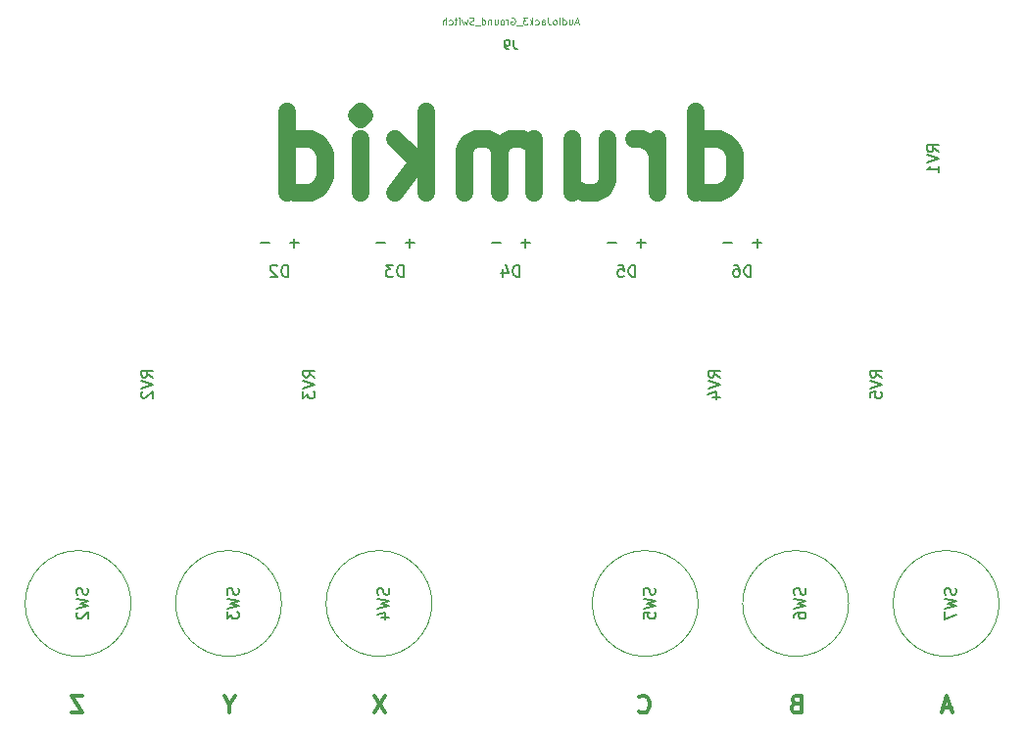
<source format=gbr>
G04 #@! TF.GenerationSoftware,KiCad,Pcbnew,(5.0.1)-3*
G04 #@! TF.CreationDate,2019-07-10T11:43:57+01:00*
G04 #@! TF.ProjectId,drumkid v3,6472756D6B69642076332E6B69636164,04*
G04 #@! TF.SameCoordinates,Original*
G04 #@! TF.FileFunction,Legend,Bot*
G04 #@! TF.FilePolarity,Positive*
%FSLAX46Y46*%
G04 Gerber Fmt 4.6, Leading zero omitted, Abs format (unit mm)*
G04 Created by KiCad (PCBNEW (5.0.1)-3) date 10/07/2019 11:43:57*
%MOMM*%
%LPD*%
G01*
G04 APERTURE LIST*
%ADD10C,0.300000*%
%ADD11C,1.500000*%
%ADD12C,0.120000*%
%ADD13C,0.150000*%
%ADD14C,0.100000*%
G04 APERTURE END LIST*
D10*
X113022000Y-103826571D02*
X112022000Y-103826571D01*
X113022000Y-105326571D01*
X112022000Y-105326571D01*
X125730000Y-104612285D02*
X125730000Y-105326571D01*
X126230000Y-103826571D02*
X125730000Y-104612285D01*
X125230000Y-103826571D01*
X139184000Y-103826571D02*
X138184000Y-105326571D01*
X138184000Y-103826571D02*
X139184000Y-105326571D01*
X161079714Y-105183714D02*
X161151142Y-105255142D01*
X161365428Y-105326571D01*
X161508285Y-105326571D01*
X161722571Y-105255142D01*
X161865428Y-105112285D01*
X161936857Y-104969428D01*
X162008285Y-104683714D01*
X162008285Y-104469428D01*
X161936857Y-104183714D01*
X161865428Y-104040857D01*
X161722571Y-103898000D01*
X161508285Y-103826571D01*
X161365428Y-103826571D01*
X161151142Y-103898000D01*
X161079714Y-103969428D01*
X174644857Y-104540857D02*
X174430571Y-104612285D01*
X174359142Y-104683714D01*
X174287714Y-104826571D01*
X174287714Y-105040857D01*
X174359142Y-105183714D01*
X174430571Y-105255142D01*
X174573428Y-105326571D01*
X175144857Y-105326571D01*
X175144857Y-103826571D01*
X174644857Y-103826571D01*
X174502000Y-103898000D01*
X174430571Y-103969428D01*
X174359142Y-104112285D01*
X174359142Y-104255142D01*
X174430571Y-104398000D01*
X174502000Y-104469428D01*
X174644857Y-104540857D01*
X175144857Y-104540857D01*
X188063142Y-104898000D02*
X187348857Y-104898000D01*
X188206000Y-105326571D02*
X187706000Y-103826571D01*
X187206000Y-105326571D01*
D11*
X166026666Y-60316666D02*
X166026666Y-53316666D01*
X166026666Y-59983333D02*
X166693333Y-60316666D01*
X168026666Y-60316666D01*
X168693333Y-59983333D01*
X169026666Y-59650000D01*
X169360000Y-58983333D01*
X169360000Y-56983333D01*
X169026666Y-56316666D01*
X168693333Y-55983333D01*
X168026666Y-55650000D01*
X166693333Y-55650000D01*
X166026666Y-55983333D01*
X162693333Y-60316666D02*
X162693333Y-55650000D01*
X162693333Y-56983333D02*
X162360000Y-56316666D01*
X162026666Y-55983333D01*
X161360000Y-55650000D01*
X160693333Y-55650000D01*
X155360000Y-55650000D02*
X155360000Y-60316666D01*
X158360000Y-55650000D02*
X158360000Y-59316666D01*
X158026666Y-59983333D01*
X157360000Y-60316666D01*
X156360000Y-60316666D01*
X155693333Y-59983333D01*
X155360000Y-59650000D01*
X152026666Y-60316666D02*
X152026666Y-55650000D01*
X152026666Y-56316666D02*
X151693333Y-55983333D01*
X151026666Y-55650000D01*
X150026666Y-55650000D01*
X149360000Y-55983333D01*
X149026666Y-56650000D01*
X149026666Y-60316666D01*
X149026666Y-56650000D02*
X148693333Y-55983333D01*
X148026666Y-55650000D01*
X147026666Y-55650000D01*
X146360000Y-55983333D01*
X146026666Y-56650000D01*
X146026666Y-60316666D01*
X142693333Y-60316666D02*
X142693333Y-53316666D01*
X142026666Y-57650000D02*
X140026666Y-60316666D01*
X140026666Y-55650000D02*
X142693333Y-58316666D01*
X137026666Y-60316666D02*
X137026666Y-55650000D01*
X137026666Y-53316666D02*
X137360000Y-53650000D01*
X137026666Y-53983333D01*
X136693333Y-53650000D01*
X137026666Y-53316666D01*
X137026666Y-53983333D01*
X130693333Y-60316666D02*
X130693333Y-53316666D01*
X130693333Y-59983333D02*
X131360000Y-60316666D01*
X132693333Y-60316666D01*
X133360000Y-59983333D01*
X133693333Y-59650000D01*
X134026666Y-58983333D01*
X134026666Y-56983333D01*
X133693333Y-56316666D01*
X133360000Y-55983333D01*
X132693333Y-55650000D01*
X131360000Y-55650000D01*
X130693333Y-55983333D01*
D12*
G04 #@! TO.C,SW2*
X117208947Y-95867290D02*
G75*
G03X117208947Y-95867290I-4579050J0D01*
G01*
G04 #@! TO.C,SW7*
X192208947Y-95867290D02*
G75*
G03X192208947Y-95867290I-4579050J0D01*
G01*
G04 #@! TO.C,SW6*
X179208947Y-95867290D02*
G75*
G03X179208947Y-95867290I-4579050J0D01*
G01*
G04 #@! TO.C,SW5*
X166208947Y-95867290D02*
G75*
G03X166208947Y-95867290I-4579050J0D01*
G01*
G04 #@! TO.C,SW4*
X143208947Y-95867290D02*
G75*
G03X143208947Y-95867290I-4579050J0D01*
G01*
G04 #@! TO.C,SW3*
X130208947Y-95867290D02*
G75*
G03X130208947Y-95867290I-4579050J0D01*
G01*
G04 #@! TO.C,RV1*
D13*
X186992380Y-56784761D02*
X186516190Y-56451428D01*
X186992380Y-56213333D02*
X185992380Y-56213333D01*
X185992380Y-56594285D01*
X186040000Y-56689523D01*
X186087619Y-56737142D01*
X186182857Y-56784761D01*
X186325714Y-56784761D01*
X186420952Y-56737142D01*
X186468571Y-56689523D01*
X186516190Y-56594285D01*
X186516190Y-56213333D01*
X185992380Y-57070476D02*
X186992380Y-57403809D01*
X185992380Y-57737142D01*
X186992380Y-58594285D02*
X186992380Y-58022857D01*
X186992380Y-58308571D02*
X185992380Y-58308571D01*
X186135238Y-58213333D01*
X186230476Y-58118095D01*
X186278095Y-58022857D01*
G04 #@! TO.C,D6*
X170758095Y-67589670D02*
X170758095Y-66589670D01*
X170520000Y-66589670D01*
X170377142Y-66637290D01*
X170281904Y-66732528D01*
X170234285Y-66827766D01*
X170186666Y-67018242D01*
X170186666Y-67161099D01*
X170234285Y-67351575D01*
X170281904Y-67446813D01*
X170377142Y-67542051D01*
X170520000Y-67589670D01*
X170758095Y-67589670D01*
X169329523Y-66589670D02*
X169520000Y-66589670D01*
X169615238Y-66637290D01*
X169662857Y-66684909D01*
X169758095Y-66827766D01*
X169805714Y-67018242D01*
X169805714Y-67399194D01*
X169758095Y-67494432D01*
X169710476Y-67542051D01*
X169615238Y-67589670D01*
X169424761Y-67589670D01*
X169329523Y-67542051D01*
X169281904Y-67494432D01*
X169234285Y-67399194D01*
X169234285Y-67161099D01*
X169281904Y-67065861D01*
X169329523Y-67018242D01*
X169424761Y-66970623D01*
X169615238Y-66970623D01*
X169710476Y-67018242D01*
X169758095Y-67065861D01*
X169805714Y-67161099D01*
X169130952Y-64668718D02*
X168369047Y-64668718D01*
X171670952Y-64668718D02*
X170909047Y-64668718D01*
X171290000Y-65049670D02*
X171290000Y-64287766D01*
G04 #@! TO.C,D5*
X160758095Y-67589670D02*
X160758095Y-66589670D01*
X160520000Y-66589670D01*
X160377142Y-66637290D01*
X160281904Y-66732528D01*
X160234285Y-66827766D01*
X160186666Y-67018242D01*
X160186666Y-67161099D01*
X160234285Y-67351575D01*
X160281904Y-67446813D01*
X160377142Y-67542051D01*
X160520000Y-67589670D01*
X160758095Y-67589670D01*
X159281904Y-66589670D02*
X159758095Y-66589670D01*
X159805714Y-67065861D01*
X159758095Y-67018242D01*
X159662857Y-66970623D01*
X159424761Y-66970623D01*
X159329523Y-67018242D01*
X159281904Y-67065861D01*
X159234285Y-67161099D01*
X159234285Y-67399194D01*
X159281904Y-67494432D01*
X159329523Y-67542051D01*
X159424761Y-67589670D01*
X159662857Y-67589670D01*
X159758095Y-67542051D01*
X159805714Y-67494432D01*
X159130952Y-64668718D02*
X158369047Y-64668718D01*
X161670952Y-64668718D02*
X160909047Y-64668718D01*
X161290000Y-65049670D02*
X161290000Y-64287766D01*
G04 #@! TO.C,D4*
X150758095Y-67589670D02*
X150758095Y-66589670D01*
X150520000Y-66589670D01*
X150377142Y-66637290D01*
X150281904Y-66732528D01*
X150234285Y-66827766D01*
X150186666Y-67018242D01*
X150186666Y-67161099D01*
X150234285Y-67351575D01*
X150281904Y-67446813D01*
X150377142Y-67542051D01*
X150520000Y-67589670D01*
X150758095Y-67589670D01*
X149329523Y-66923004D02*
X149329523Y-67589670D01*
X149567619Y-66542051D02*
X149805714Y-67256337D01*
X149186666Y-67256337D01*
X149130952Y-64668718D02*
X148369047Y-64668718D01*
X151670952Y-64668718D02*
X150909047Y-64668718D01*
X151290000Y-65049670D02*
X151290000Y-64287766D01*
G04 #@! TO.C,D3*
X140758095Y-67589670D02*
X140758095Y-66589670D01*
X140520000Y-66589670D01*
X140377142Y-66637290D01*
X140281904Y-66732528D01*
X140234285Y-66827766D01*
X140186666Y-67018242D01*
X140186666Y-67161099D01*
X140234285Y-67351575D01*
X140281904Y-67446813D01*
X140377142Y-67542051D01*
X140520000Y-67589670D01*
X140758095Y-67589670D01*
X139853333Y-66589670D02*
X139234285Y-66589670D01*
X139567619Y-66970623D01*
X139424761Y-66970623D01*
X139329523Y-67018242D01*
X139281904Y-67065861D01*
X139234285Y-67161099D01*
X139234285Y-67399194D01*
X139281904Y-67494432D01*
X139329523Y-67542051D01*
X139424761Y-67589670D01*
X139710476Y-67589670D01*
X139805714Y-67542051D01*
X139853333Y-67494432D01*
X139130952Y-64668718D02*
X138369047Y-64668718D01*
X141670952Y-64668718D02*
X140909047Y-64668718D01*
X141290000Y-65049670D02*
X141290000Y-64287766D01*
G04 #@! TO.C,D2*
X130758095Y-67589670D02*
X130758095Y-66589670D01*
X130520000Y-66589670D01*
X130377142Y-66637290D01*
X130281904Y-66732528D01*
X130234285Y-66827766D01*
X130186666Y-67018242D01*
X130186666Y-67161099D01*
X130234285Y-67351575D01*
X130281904Y-67446813D01*
X130377142Y-67542051D01*
X130520000Y-67589670D01*
X130758095Y-67589670D01*
X129805714Y-66684909D02*
X129758095Y-66637290D01*
X129662857Y-66589670D01*
X129424761Y-66589670D01*
X129329523Y-66637290D01*
X129281904Y-66684909D01*
X129234285Y-66780147D01*
X129234285Y-66875385D01*
X129281904Y-67018242D01*
X129853333Y-67589670D01*
X129234285Y-67589670D01*
X129130952Y-64668718D02*
X128369047Y-64668718D01*
X131670952Y-64668718D02*
X130909047Y-64668718D01*
X131290000Y-65049670D02*
X131290000Y-64287766D01*
G04 #@! TO.C,J9*
X150266666Y-47101904D02*
X150266666Y-47673333D01*
X150304761Y-47787619D01*
X150380952Y-47863809D01*
X150495238Y-47901904D01*
X150571428Y-47901904D01*
X149847619Y-47901904D02*
X149695238Y-47901904D01*
X149619047Y-47863809D01*
X149580952Y-47825714D01*
X149504761Y-47711428D01*
X149466666Y-47559047D01*
X149466666Y-47254285D01*
X149504761Y-47178095D01*
X149542857Y-47140000D01*
X149619047Y-47101904D01*
X149771428Y-47101904D01*
X149847619Y-47140000D01*
X149885714Y-47178095D01*
X149923809Y-47254285D01*
X149923809Y-47444761D01*
X149885714Y-47520952D01*
X149847619Y-47559047D01*
X149771428Y-47597142D01*
X149619047Y-47597142D01*
X149542857Y-47559047D01*
X149504761Y-47520952D01*
X149466666Y-47444761D01*
D14*
X155857142Y-45608000D02*
X155571428Y-45608000D01*
X155914285Y-45779428D02*
X155714285Y-45179428D01*
X155514285Y-45779428D01*
X155057142Y-45379428D02*
X155057142Y-45779428D01*
X155314285Y-45379428D02*
X155314285Y-45693714D01*
X155285714Y-45750857D01*
X155228571Y-45779428D01*
X155142857Y-45779428D01*
X155085714Y-45750857D01*
X155057142Y-45722285D01*
X154514285Y-45779428D02*
X154514285Y-45179428D01*
X154514285Y-45750857D02*
X154571428Y-45779428D01*
X154685714Y-45779428D01*
X154742857Y-45750857D01*
X154771428Y-45722285D01*
X154800000Y-45665142D01*
X154800000Y-45493714D01*
X154771428Y-45436571D01*
X154742857Y-45408000D01*
X154685714Y-45379428D01*
X154571428Y-45379428D01*
X154514285Y-45408000D01*
X154228571Y-45779428D02*
X154228571Y-45379428D01*
X154228571Y-45179428D02*
X154257142Y-45208000D01*
X154228571Y-45236571D01*
X154200000Y-45208000D01*
X154228571Y-45179428D01*
X154228571Y-45236571D01*
X153857142Y-45779428D02*
X153914285Y-45750857D01*
X153942857Y-45722285D01*
X153971428Y-45665142D01*
X153971428Y-45493714D01*
X153942857Y-45436571D01*
X153914285Y-45408000D01*
X153857142Y-45379428D01*
X153771428Y-45379428D01*
X153714285Y-45408000D01*
X153685714Y-45436571D01*
X153657142Y-45493714D01*
X153657142Y-45665142D01*
X153685714Y-45722285D01*
X153714285Y-45750857D01*
X153771428Y-45779428D01*
X153857142Y-45779428D01*
X153228571Y-45179428D02*
X153228571Y-45608000D01*
X153257142Y-45693714D01*
X153314285Y-45750857D01*
X153400000Y-45779428D01*
X153457142Y-45779428D01*
X152685714Y-45779428D02*
X152685714Y-45465142D01*
X152714285Y-45408000D01*
X152771428Y-45379428D01*
X152885714Y-45379428D01*
X152942857Y-45408000D01*
X152685714Y-45750857D02*
X152742857Y-45779428D01*
X152885714Y-45779428D01*
X152942857Y-45750857D01*
X152971428Y-45693714D01*
X152971428Y-45636571D01*
X152942857Y-45579428D01*
X152885714Y-45550857D01*
X152742857Y-45550857D01*
X152685714Y-45522285D01*
X152142857Y-45750857D02*
X152200000Y-45779428D01*
X152314285Y-45779428D01*
X152371428Y-45750857D01*
X152400000Y-45722285D01*
X152428571Y-45665142D01*
X152428571Y-45493714D01*
X152400000Y-45436571D01*
X152371428Y-45408000D01*
X152314285Y-45379428D01*
X152200000Y-45379428D01*
X152142857Y-45408000D01*
X151885714Y-45779428D02*
X151885714Y-45179428D01*
X151828571Y-45550857D02*
X151657142Y-45779428D01*
X151657142Y-45379428D02*
X151885714Y-45608000D01*
X151457142Y-45179428D02*
X151085714Y-45179428D01*
X151285714Y-45408000D01*
X151200000Y-45408000D01*
X151142857Y-45436571D01*
X151114285Y-45465142D01*
X151085714Y-45522285D01*
X151085714Y-45665142D01*
X151114285Y-45722285D01*
X151142857Y-45750857D01*
X151200000Y-45779428D01*
X151371428Y-45779428D01*
X151428571Y-45750857D01*
X151457142Y-45722285D01*
X150971428Y-45836571D02*
X150514285Y-45836571D01*
X150057142Y-45208000D02*
X150114285Y-45179428D01*
X150200000Y-45179428D01*
X150285714Y-45208000D01*
X150342857Y-45265142D01*
X150371428Y-45322285D01*
X150400000Y-45436571D01*
X150400000Y-45522285D01*
X150371428Y-45636571D01*
X150342857Y-45693714D01*
X150285714Y-45750857D01*
X150200000Y-45779428D01*
X150142857Y-45779428D01*
X150057142Y-45750857D01*
X150028571Y-45722285D01*
X150028571Y-45522285D01*
X150142857Y-45522285D01*
X149771428Y-45779428D02*
X149771428Y-45379428D01*
X149771428Y-45493714D02*
X149742857Y-45436571D01*
X149714285Y-45408000D01*
X149657142Y-45379428D01*
X149600000Y-45379428D01*
X149314285Y-45779428D02*
X149371428Y-45750857D01*
X149400000Y-45722285D01*
X149428571Y-45665142D01*
X149428571Y-45493714D01*
X149400000Y-45436571D01*
X149371428Y-45408000D01*
X149314285Y-45379428D01*
X149228571Y-45379428D01*
X149171428Y-45408000D01*
X149142857Y-45436571D01*
X149114285Y-45493714D01*
X149114285Y-45665142D01*
X149142857Y-45722285D01*
X149171428Y-45750857D01*
X149228571Y-45779428D01*
X149314285Y-45779428D01*
X148600000Y-45379428D02*
X148600000Y-45779428D01*
X148857142Y-45379428D02*
X148857142Y-45693714D01*
X148828571Y-45750857D01*
X148771428Y-45779428D01*
X148685714Y-45779428D01*
X148628571Y-45750857D01*
X148600000Y-45722285D01*
X148314285Y-45379428D02*
X148314285Y-45779428D01*
X148314285Y-45436571D02*
X148285714Y-45408000D01*
X148228571Y-45379428D01*
X148142857Y-45379428D01*
X148085714Y-45408000D01*
X148057142Y-45465142D01*
X148057142Y-45779428D01*
X147514285Y-45779428D02*
X147514285Y-45179428D01*
X147514285Y-45750857D02*
X147571428Y-45779428D01*
X147685714Y-45779428D01*
X147742857Y-45750857D01*
X147771428Y-45722285D01*
X147800000Y-45665142D01*
X147800000Y-45493714D01*
X147771428Y-45436571D01*
X147742857Y-45408000D01*
X147685714Y-45379428D01*
X147571428Y-45379428D01*
X147514285Y-45408000D01*
X147371428Y-45836571D02*
X146914285Y-45836571D01*
X146800000Y-45750857D02*
X146714285Y-45779428D01*
X146571428Y-45779428D01*
X146514285Y-45750857D01*
X146485714Y-45722285D01*
X146457142Y-45665142D01*
X146457142Y-45608000D01*
X146485714Y-45550857D01*
X146514285Y-45522285D01*
X146571428Y-45493714D01*
X146685714Y-45465142D01*
X146742857Y-45436571D01*
X146771428Y-45408000D01*
X146800000Y-45350857D01*
X146800000Y-45293714D01*
X146771428Y-45236571D01*
X146742857Y-45208000D01*
X146685714Y-45179428D01*
X146542857Y-45179428D01*
X146457142Y-45208000D01*
X146257142Y-45379428D02*
X146142857Y-45779428D01*
X146028571Y-45493714D01*
X145914285Y-45779428D01*
X145800000Y-45379428D01*
X145571428Y-45779428D02*
X145571428Y-45379428D01*
X145571428Y-45179428D02*
X145600000Y-45208000D01*
X145571428Y-45236571D01*
X145542857Y-45208000D01*
X145571428Y-45179428D01*
X145571428Y-45236571D01*
X145371428Y-45379428D02*
X145142857Y-45379428D01*
X145285714Y-45179428D02*
X145285714Y-45693714D01*
X145257142Y-45750857D01*
X145200000Y-45779428D01*
X145142857Y-45779428D01*
X144685714Y-45750857D02*
X144742857Y-45779428D01*
X144857142Y-45779428D01*
X144914285Y-45750857D01*
X144942857Y-45722285D01*
X144971428Y-45665142D01*
X144971428Y-45493714D01*
X144942857Y-45436571D01*
X144914285Y-45408000D01*
X144857142Y-45379428D01*
X144742857Y-45379428D01*
X144685714Y-45408000D01*
X144428571Y-45779428D02*
X144428571Y-45179428D01*
X144171428Y-45779428D02*
X144171428Y-45465142D01*
X144200000Y-45408000D01*
X144257142Y-45379428D01*
X144342857Y-45379428D01*
X144400000Y-45408000D01*
X144428571Y-45436571D01*
G04 #@! TO.C,RV2*
D13*
X119082277Y-76302051D02*
X118606087Y-75968718D01*
X119082277Y-75730623D02*
X118082277Y-75730623D01*
X118082277Y-76111575D01*
X118129897Y-76206813D01*
X118177516Y-76254432D01*
X118272754Y-76302051D01*
X118415611Y-76302051D01*
X118510849Y-76254432D01*
X118558468Y-76206813D01*
X118606087Y-76111575D01*
X118606087Y-75730623D01*
X118082277Y-76587766D02*
X119082277Y-76921099D01*
X118082277Y-77254432D01*
X118177516Y-77540147D02*
X118129897Y-77587766D01*
X118082277Y-77683004D01*
X118082277Y-77921099D01*
X118129897Y-78016337D01*
X118177516Y-78063956D01*
X118272754Y-78111575D01*
X118367992Y-78111575D01*
X118510849Y-78063956D01*
X119082277Y-77492528D01*
X119082277Y-78111575D01*
G04 #@! TO.C,RV4*
X168082277Y-76302051D02*
X167606087Y-75968718D01*
X168082277Y-75730623D02*
X167082277Y-75730623D01*
X167082277Y-76111575D01*
X167129897Y-76206813D01*
X167177516Y-76254432D01*
X167272754Y-76302051D01*
X167415611Y-76302051D01*
X167510849Y-76254432D01*
X167558468Y-76206813D01*
X167606087Y-76111575D01*
X167606087Y-75730623D01*
X167082277Y-76587766D02*
X168082277Y-76921099D01*
X167082277Y-77254432D01*
X167415611Y-78016337D02*
X168082277Y-78016337D01*
X167034658Y-77778242D02*
X167748944Y-77540147D01*
X167748944Y-78159194D01*
G04 #@! TO.C,RV3*
X133082277Y-76302051D02*
X132606087Y-75968718D01*
X133082277Y-75730623D02*
X132082277Y-75730623D01*
X132082277Y-76111575D01*
X132129897Y-76206813D01*
X132177516Y-76254432D01*
X132272754Y-76302051D01*
X132415611Y-76302051D01*
X132510849Y-76254432D01*
X132558468Y-76206813D01*
X132606087Y-76111575D01*
X132606087Y-75730623D01*
X132082277Y-76587766D02*
X133082277Y-76921099D01*
X132082277Y-77254432D01*
X132082277Y-77492528D02*
X132082277Y-78111575D01*
X132463230Y-77778242D01*
X132463230Y-77921099D01*
X132510849Y-78016337D01*
X132558468Y-78063956D01*
X132653706Y-78111575D01*
X132891801Y-78111575D01*
X132987039Y-78063956D01*
X133034658Y-78016337D01*
X133082277Y-77921099D01*
X133082277Y-77635385D01*
X133034658Y-77540147D01*
X132987039Y-77492528D01*
G04 #@! TO.C,RV5*
X182082277Y-76302051D02*
X181606087Y-75968718D01*
X182082277Y-75730623D02*
X181082277Y-75730623D01*
X181082277Y-76111575D01*
X181129897Y-76206813D01*
X181177516Y-76254432D01*
X181272754Y-76302051D01*
X181415611Y-76302051D01*
X181510849Y-76254432D01*
X181558468Y-76206813D01*
X181606087Y-76111575D01*
X181606087Y-75730623D01*
X181082277Y-76587766D02*
X182082277Y-76921099D01*
X181082277Y-77254432D01*
X181082277Y-78063956D02*
X181082277Y-77587766D01*
X181558468Y-77540147D01*
X181510849Y-77587766D01*
X181463230Y-77683004D01*
X181463230Y-77921099D01*
X181510849Y-78016337D01*
X181558468Y-78063956D01*
X181653706Y-78111575D01*
X181891801Y-78111575D01*
X181987039Y-78063956D01*
X182034658Y-78016337D01*
X182082277Y-77921099D01*
X182082277Y-77683004D01*
X182034658Y-77587766D01*
X181987039Y-77540147D01*
G04 #@! TO.C,SW2*
X113454658Y-94533956D02*
X113502277Y-94676813D01*
X113502277Y-94914909D01*
X113454658Y-95010147D01*
X113407039Y-95057766D01*
X113311801Y-95105385D01*
X113216563Y-95105385D01*
X113121325Y-95057766D01*
X113073706Y-95010147D01*
X113026087Y-94914909D01*
X112978468Y-94724432D01*
X112930849Y-94629194D01*
X112883230Y-94581575D01*
X112787992Y-94533956D01*
X112692754Y-94533956D01*
X112597516Y-94581575D01*
X112549897Y-94629194D01*
X112502277Y-94724432D01*
X112502277Y-94962528D01*
X112549897Y-95105385D01*
X112502277Y-95438718D02*
X113502277Y-95676813D01*
X112787992Y-95867290D01*
X113502277Y-96057766D01*
X112502277Y-96295861D01*
X112597516Y-96629194D02*
X112549897Y-96676813D01*
X112502277Y-96772051D01*
X112502277Y-97010147D01*
X112549897Y-97105385D01*
X112597516Y-97153004D01*
X112692754Y-97200623D01*
X112787992Y-97200623D01*
X112930849Y-97153004D01*
X113502277Y-96581575D01*
X113502277Y-97200623D01*
G04 #@! TO.C,SW7*
X188454658Y-94533956D02*
X188502277Y-94676813D01*
X188502277Y-94914909D01*
X188454658Y-95010147D01*
X188407039Y-95057766D01*
X188311801Y-95105385D01*
X188216563Y-95105385D01*
X188121325Y-95057766D01*
X188073706Y-95010147D01*
X188026087Y-94914909D01*
X187978468Y-94724432D01*
X187930849Y-94629194D01*
X187883230Y-94581575D01*
X187787992Y-94533956D01*
X187692754Y-94533956D01*
X187597516Y-94581575D01*
X187549897Y-94629194D01*
X187502277Y-94724432D01*
X187502277Y-94962528D01*
X187549897Y-95105385D01*
X187502277Y-95438718D02*
X188502277Y-95676813D01*
X187787992Y-95867290D01*
X188502277Y-96057766D01*
X187502277Y-96295861D01*
X187502277Y-96581575D02*
X187502277Y-97248242D01*
X188502277Y-96819670D01*
G04 #@! TO.C,SW6*
X175454658Y-94533956D02*
X175502277Y-94676813D01*
X175502277Y-94914909D01*
X175454658Y-95010147D01*
X175407039Y-95057766D01*
X175311801Y-95105385D01*
X175216563Y-95105385D01*
X175121325Y-95057766D01*
X175073706Y-95010147D01*
X175026087Y-94914909D01*
X174978468Y-94724432D01*
X174930849Y-94629194D01*
X174883230Y-94581575D01*
X174787992Y-94533956D01*
X174692754Y-94533956D01*
X174597516Y-94581575D01*
X174549897Y-94629194D01*
X174502277Y-94724432D01*
X174502277Y-94962528D01*
X174549897Y-95105385D01*
X174502277Y-95438718D02*
X175502277Y-95676813D01*
X174787992Y-95867290D01*
X175502277Y-96057766D01*
X174502277Y-96295861D01*
X174502277Y-97105385D02*
X174502277Y-96914909D01*
X174549897Y-96819670D01*
X174597516Y-96772051D01*
X174740373Y-96676813D01*
X174930849Y-96629194D01*
X175311801Y-96629194D01*
X175407039Y-96676813D01*
X175454658Y-96724432D01*
X175502277Y-96819670D01*
X175502277Y-97010147D01*
X175454658Y-97105385D01*
X175407039Y-97153004D01*
X175311801Y-97200623D01*
X175073706Y-97200623D01*
X174978468Y-97153004D01*
X174930849Y-97105385D01*
X174883230Y-97010147D01*
X174883230Y-96819670D01*
X174930849Y-96724432D01*
X174978468Y-96676813D01*
X175073706Y-96629194D01*
G04 #@! TO.C,SW5*
X162454658Y-94533956D02*
X162502277Y-94676813D01*
X162502277Y-94914909D01*
X162454658Y-95010147D01*
X162407039Y-95057766D01*
X162311801Y-95105385D01*
X162216563Y-95105385D01*
X162121325Y-95057766D01*
X162073706Y-95010147D01*
X162026087Y-94914909D01*
X161978468Y-94724432D01*
X161930849Y-94629194D01*
X161883230Y-94581575D01*
X161787992Y-94533956D01*
X161692754Y-94533956D01*
X161597516Y-94581575D01*
X161549897Y-94629194D01*
X161502277Y-94724432D01*
X161502277Y-94962528D01*
X161549897Y-95105385D01*
X161502277Y-95438718D02*
X162502277Y-95676813D01*
X161787992Y-95867290D01*
X162502277Y-96057766D01*
X161502277Y-96295861D01*
X161502277Y-97153004D02*
X161502277Y-96676813D01*
X161978468Y-96629194D01*
X161930849Y-96676813D01*
X161883230Y-96772051D01*
X161883230Y-97010147D01*
X161930849Y-97105385D01*
X161978468Y-97153004D01*
X162073706Y-97200623D01*
X162311801Y-97200623D01*
X162407039Y-97153004D01*
X162454658Y-97105385D01*
X162502277Y-97010147D01*
X162502277Y-96772051D01*
X162454658Y-96676813D01*
X162407039Y-96629194D01*
G04 #@! TO.C,SW4*
X139454658Y-94533956D02*
X139502277Y-94676813D01*
X139502277Y-94914909D01*
X139454658Y-95010147D01*
X139407039Y-95057766D01*
X139311801Y-95105385D01*
X139216563Y-95105385D01*
X139121325Y-95057766D01*
X139073706Y-95010147D01*
X139026087Y-94914909D01*
X138978468Y-94724432D01*
X138930849Y-94629194D01*
X138883230Y-94581575D01*
X138787992Y-94533956D01*
X138692754Y-94533956D01*
X138597516Y-94581575D01*
X138549897Y-94629194D01*
X138502277Y-94724432D01*
X138502277Y-94962528D01*
X138549897Y-95105385D01*
X138502277Y-95438718D02*
X139502277Y-95676813D01*
X138787992Y-95867290D01*
X139502277Y-96057766D01*
X138502277Y-96295861D01*
X138835611Y-97105385D02*
X139502277Y-97105385D01*
X138454658Y-96867290D02*
X139168944Y-96629194D01*
X139168944Y-97248242D01*
G04 #@! TO.C,SW3*
X126454658Y-94533956D02*
X126502277Y-94676813D01*
X126502277Y-94914909D01*
X126454658Y-95010147D01*
X126407039Y-95057766D01*
X126311801Y-95105385D01*
X126216563Y-95105385D01*
X126121325Y-95057766D01*
X126073706Y-95010147D01*
X126026087Y-94914909D01*
X125978468Y-94724432D01*
X125930849Y-94629194D01*
X125883230Y-94581575D01*
X125787992Y-94533956D01*
X125692754Y-94533956D01*
X125597516Y-94581575D01*
X125549897Y-94629194D01*
X125502277Y-94724432D01*
X125502277Y-94962528D01*
X125549897Y-95105385D01*
X125502277Y-95438718D02*
X126502277Y-95676813D01*
X125787992Y-95867290D01*
X126502277Y-96057766D01*
X125502277Y-96295861D01*
X125502277Y-96581575D02*
X125502277Y-97200623D01*
X125883230Y-96867290D01*
X125883230Y-97010147D01*
X125930849Y-97105385D01*
X125978468Y-97153004D01*
X126073706Y-97200623D01*
X126311801Y-97200623D01*
X126407039Y-97153004D01*
X126454658Y-97105385D01*
X126502277Y-97010147D01*
X126502277Y-96724432D01*
X126454658Y-96629194D01*
X126407039Y-96581575D01*
G04 #@! TD*
M02*

</source>
